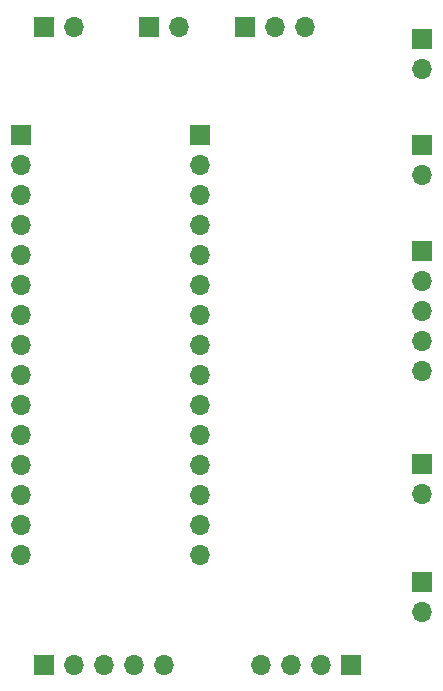
<source format=gbr>
%TF.GenerationSoftware,KiCad,Pcbnew,5.1.7-a382d34a8~88~ubuntu18.04.1*%
%TF.CreationDate,2021-02-15T20:29:51+09:00*%
%TF.ProjectId,atmega328p,61746d65-6761-4333-9238-702e6b696361,rev?*%
%TF.SameCoordinates,Original*%
%TF.FileFunction,Soldermask,Bot*%
%TF.FilePolarity,Negative*%
%FSLAX46Y46*%
G04 Gerber Fmt 4.6, Leading zero omitted, Abs format (unit mm)*
G04 Created by KiCad (PCBNEW 5.1.7-a382d34a8~88~ubuntu18.04.1) date 2021-02-15 20:29:51*
%MOMM*%
%LPD*%
G01*
G04 APERTURE LIST*
%ADD10R,1.700000X1.700000*%
%ADD11O,1.700000X1.700000*%
G04 APERTURE END LIST*
D10*
%TO.C,J1*%
X63000000Y-52160000D03*
D11*
X63000000Y-54700000D03*
X63000000Y-57240000D03*
X63000000Y-59780000D03*
X63000000Y-62320000D03*
X63000000Y-64860000D03*
X63000000Y-67400000D03*
X63000000Y-69940000D03*
X63000000Y-72480000D03*
X63000000Y-75020000D03*
X63000000Y-77560000D03*
X63000000Y-80100000D03*
X63000000Y-82640000D03*
X63000000Y-85180000D03*
X63000000Y-87720000D03*
%TD*%
D10*
%TO.C,J2*%
X65000000Y-43000000D03*
D11*
X67540000Y-43000000D03*
%TD*%
%TO.C,J3*%
X78220000Y-87720000D03*
X78220000Y-85180000D03*
X78220000Y-82640000D03*
X78220000Y-80100000D03*
X78220000Y-77560000D03*
X78220000Y-75020000D03*
X78220000Y-72480000D03*
X78220000Y-69940000D03*
X78220000Y-67400000D03*
X78220000Y-64860000D03*
X78220000Y-62320000D03*
X78220000Y-59780000D03*
X78220000Y-57240000D03*
X78220000Y-54700000D03*
D10*
X78220000Y-52160000D03*
%TD*%
%TO.C,J4*%
X82000000Y-43000000D03*
D11*
X84540000Y-43000000D03*
X87080000Y-43000000D03*
%TD*%
%TO.C,J5*%
X97000000Y-46540000D03*
D10*
X97000000Y-44000000D03*
%TD*%
%TO.C,J6*%
X97000000Y-53000000D03*
D11*
X97000000Y-55540000D03*
%TD*%
D10*
%TO.C,J7*%
X97000000Y-62000000D03*
D11*
X97000000Y-64540000D03*
X97000000Y-67080000D03*
X97000000Y-69620000D03*
X97000000Y-72160000D03*
%TD*%
D10*
%TO.C,J8*%
X97000000Y-80000000D03*
D11*
X97000000Y-82540000D03*
%TD*%
%TO.C,J9*%
X97000000Y-92540000D03*
D10*
X97000000Y-90000000D03*
%TD*%
%TO.C,J10*%
X65000000Y-97000000D03*
D11*
X67540000Y-97000000D03*
X70080000Y-97000000D03*
X72620000Y-97000000D03*
X75160000Y-97000000D03*
%TD*%
D10*
%TO.C,J11*%
X91000000Y-97000000D03*
D11*
X88460000Y-97000000D03*
X85920000Y-97000000D03*
X83380000Y-97000000D03*
%TD*%
D10*
%TO.C,J12*%
X73900000Y-43000000D03*
D11*
X76440000Y-43000000D03*
%TD*%
M02*

</source>
